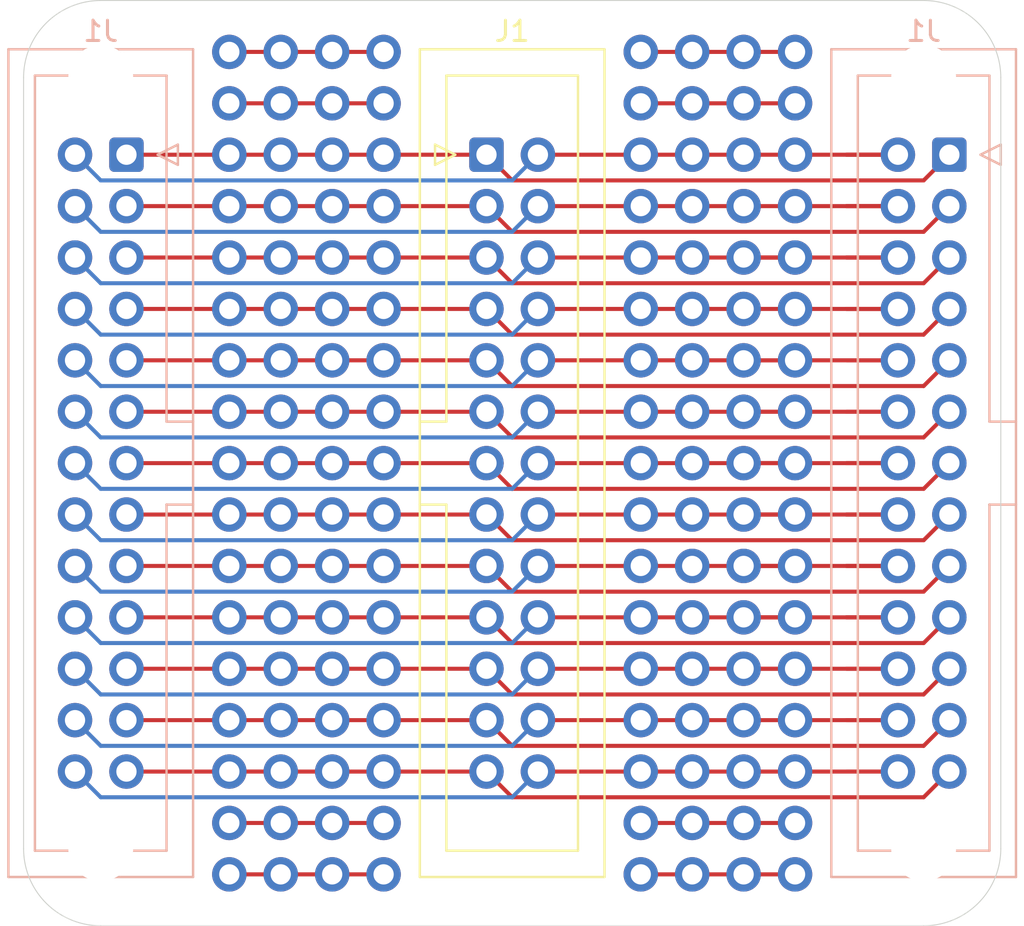
<source format=kicad_pcb>
(kicad_pcb (version 20241229) (generator "pcbnew") (generator_version "9.0")
  (layers (0 "F.Cu" signal) (2 "B.Cu" signal) (13 "F.Paste" user) (15 "B.Paste" user) (5 "F.SilkS" user "F.Silkscreen") (7 "B.SilkS" user "B.Silkscreen") (1 "F.Mask" user) (3 "B.Mask" user) (25 "Edge.Cuts" user))
  (net 0 "")
  (net 1 "unconnected-(J1-Pin_6-Pad6)")
  (net 2 "unconnected-(J1-Pin_17-Pad17)")
  (net 3 "unconnected-(J1-Pin_3-Pad3)")
  (net 4 "unconnected-(J1-Pin_24-Pad24)")
  (net 5 "unconnected-(J1-Pin_9-Pad9)")
  (net 6 "unconnected-(J1-Pin_1-Pad1)")
  (net 7 "unconnected-(J1-Pin_7-Pad7)")
  (net 8 "unconnected-(J1-Pin_11-Pad11)")
  (net 9 "unconnected-(J1-Pin_5-Pad5)")
  (net 10 "unconnected-(J1-Pin_18-Pad18)")
  (net 11 "unconnected-(J1-Pin_25-Pad25)")
  (net 12 "unconnected-(J1-Pin_10-Pad10)")
  (net 13 "unconnected-(J1-Pin_16-Pad16)")
  (net 14 "unconnected-(J1-Pin_19-Pad19)")
  (net 15 "unconnected-(J1-Pin_21-Pad21)")
  (net 16 "unconnected-(J1-Pin_23-Pad23)")
  (net 17 "unconnected-(J1-Pin_20-Pad20)")
  (net 18 "unconnected-(J1-Pin_2-Pad2)")
  (net 19 "unconnected-(J1-Pin_26-Pad26)")
  (net 20 "unconnected-(J1-Pin_15-Pad15)")
  (net 21 "unconnected-(J1-Pin_4-Pad4)")
  (net 22 "unconnected-(J1-Pin_14-Pad14)")
  (net 23 "unconnected-(J1-Pin_22-Pad22)")
  (net 24 "unconnected-(J1-Pin_12-Pad12)")
  (net 25 "unconnected-(J1-Pin_8-Pad8)")
  (net 26 "unconnected-(J1-Pin_13-Pad13)")
  (footprint "MountingHole:MountingHole_3.2mm_M3" (layer "F.Cu") (at 143.51 115.57)
    (property "Reference" "REF**" (hide yes))
    (property "Value" "MountingHole_3.2mm_M3" (hide yes))
    (pad "" np_thru_hole circle (at 0 0) (size 3.2 3.2) (drill 3.2) (layers "*.Cu" "*.Mask"))
  )
  (footprint "MountingHole:MountingHole_3.2mm_M3" (layer "F.Cu") (at 143.51 77.47)
    (property "Reference" "REF**" (hide yes))
    (property "Value" "MountingHole_3.2mm_M3" (hide yes))
    (pad "" np_thru_hole circle (at 0 0) (size 3.2 3.2) (drill 3.2) (layers "*.Cu" "*.Mask"))
  )
  (footprint "MountingHole:MountingHole_3.2mm_M3" (layer "F.Cu") (at 102.87 115.57)
    (property "Reference" "REF**" (hide yes))
    (property "Value" "MountingHole_3.2mm_M3" (hide yes))
    (pad "" np_thru_hole circle (at 0 0) (size 3.2 3.2) (drill 3.2) (layers "*.Cu" "*.Mask"))
  )
  (footprint "Connector_IDC:IDC-Header_2x17_P2.54mm_Vertical" (layer "F.Cu") (at 129.54 76.2)
    (property "Reference" "REF**" (hide yes))
    (property "Value" "IDC-Header_2x17_P2.54mm_Vertical" (hide yes))
    (pad "1" thru_hole circle (at 0 0) (size 1.7 1.7) (drill 1) (layers "*.Cu" "*.Mask"))
    (pad "2" thru_hole circle (at 2.54 0) (size 1.7 1.7) (drill 1) (layers "*.Cu" "*.Mask"))
    (pad "3" thru_hole circle (at 0 2.54) (size 1.7 1.7) (drill 1) (layers "*.Cu" "*.Mask"))
    (pad "4" thru_hole circle (at 2.54 2.54) (size 1.7 1.7) (drill 1) (layers "*.Cu" "*.Mask"))
    (pad "5" thru_hole circle (at 0 5.08) (size 1.7 1.7) (drill 1) (layers "*.Cu" "*.Mask"))
    (pad "6" thru_hole circle (at 2.54 5.08) (size 1.7 1.7) (drill 1) (layers "*.Cu" "*.Mask"))
    (pad "7" thru_hole circle (at 0 7.62) (size 1.7 1.7) (drill 1) (layers "*.Cu" "*.Mask"))
    (pad "8" thru_hole circle (at 2.54 7.62) (size 1.7 1.7) (drill 1) (layers "*.Cu" "*.Mask"))
    (pad "9" thru_hole circle (at 0 10.16) (size 1.7 1.7) (drill 1) (layers "*.Cu" "*.Mask"))
    (pad "10" thru_hole circle (at 2.54 10.16) (size 1.7 1.7) (drill 1) (layers "*.Cu" "*.Mask"))
    (pad "11" thru_hole circle (at 0 12.7) (size 1.7 1.7) (drill 1) (layers "*.Cu" "*.Mask"))
    (pad "12" thru_hole circle (at 2.54 12.7) (size 1.7 1.7) (drill 1) (layers "*.Cu" "*.Mask"))
    (pad "13" thru_hole circle (at 0 15.24) (size 1.7 1.7) (drill 1) (layers "*.Cu" "*.Mask"))
    (pad "14" thru_hole circle (at 2.54 15.24) (size 1.7 1.7) (drill 1) (layers "*.Cu" "*.Mask"))
    (pad "15" thru_hole circle (at 0 17.78) (size 1.7 1.7) (drill 1) (layers "*.Cu" "*.Mask"))
    (pad "16" thru_hole circle (at 2.54 17.78) (size 1.7 1.7) (drill 1) (layers "*.Cu" "*.Mask"))
    (pad "17" thru_hole circle (at 0 20.32) (size 1.7 1.7) (drill 1) (layers "*.Cu" "*.Mask"))
    (pad "18" thru_hole circle (at 2.54 20.32) (size 1.7 1.7) (drill 1) (layers "*.Cu" "*.Mask"))
    (pad "19" thru_hole circle (at 0 22.86) (size 1.7 1.7) (drill 1) (layers "*.Cu" "*.Mask"))
    (pad "20" thru_hole circle (at 2.54 22.86) (size 1.7 1.7) (drill 1) (layers "*.Cu" "*.Mask"))
    (pad "21" thru_hole circle (at 0 25.4) (size 1.7 1.7) (drill 1) (layers "*.Cu" "*.Mask"))
    (pad "22" thru_hole circle (at 2.54 25.4) (size 1.7 1.7) (drill 1) (layers "*.Cu" "*.Mask"))
    (pad "23" thru_hole circle (at 0 27.94) (size 1.7 1.7) (drill 1) (layers "*.Cu" "*.Mask"))
    (pad "24" thru_hole circle (at 2.54 27.94) (size 1.7 1.7) (drill 1) (layers "*.Cu" "*.Mask"))
    (pad "25" thru_hole circle (at 0 30.48) (size 1.7 1.7) (drill 1) (layers "*.Cu" "*.Mask"))
    (pad "26" thru_hole circle (at 2.54 30.48) (size 1.7 1.7) (drill 1) (layers "*.Cu" "*.Mask"))
    (pad "27" thru_hole circle (at 0 33.02) (size 1.7 1.7) (drill 1) (layers "*.Cu" "*.Mask"))
    (pad "28" thru_hole circle (at 2.54 33.02) (size 1.7 1.7) (drill 1) (layers "*.Cu" "*.Mask"))
    (pad "29" thru_hole circle (at 0 35.56) (size 1.7 1.7) (drill 1) (layers "*.Cu" "*.Mask"))
    (pad "30" thru_hole circle (at 2.54 35.56) (size 1.7 1.7) (drill 1) (layers "*.Cu" "*.Mask"))
    (pad "31" thru_hole circle (at 0 38.1) (size 1.7 1.7) (drill 1) (layers "*.Cu" "*.Mask"))
    (pad "32" thru_hole circle (at 2.54 38.1) (size 1.7 1.7) (drill 1) (layers "*.Cu" "*.Mask"))
    (pad "33" thru_hole circle (at 0 40.64) (size 1.7 1.7) (drill 1) (layers "*.Cu" "*.Mask"))
    (pad "34" thru_hole circle (at 2.54 40.64) (size 1.7 1.7) (drill 1) (layers "*.Cu" "*.Mask"))
  )
  (footprint "MountingHole:MountingHole_3.2mm_M3" (layer "F.Cu") (at 102.87 77.47)
    (property "Reference" "REF**" (hide yes))
    (property "Value" "MountingHole_3.2mm_M3" (hide yes))
    (pad "" np_thru_hole circle (at 0 0) (size 3.2 3.2) (drill 3.2) (layers "*.Cu" "*.Mask"))
  )
  (footprint "Connector_IDC:IDC-Header_2x17_P2.54mm_Vertical" (layer "F.Cu") (at 114.3 76.2)
    (property "Reference" "REF**" (hide yes))
    (property "Value" "IDC-Header_2x17_P2.54mm_Vertical" (hide yes))
    (pad "1" thru_hole circle (at 0 0) (size 1.7 1.7) (drill 1) (layers "*.Cu" "*.Mask"))
    (pad "2" thru_hole circle (at 2.54 0) (size 1.7 1.7) (drill 1) (layers "*.Cu" "*.Mask"))
    (pad "3" thru_hole circle (at 0 2.54) (size 1.7 1.7) (drill 1) (layers "*.Cu" "*.Mask"))
    (pad "4" thru_hole circle (at 2.54 2.54) (size 1.7 1.7) (drill 1) (layers "*.Cu" "*.Mask"))
    (pad "5" thru_hole circle (at 0 5.08) (size 1.7 1.7) (drill 1) (layers "*.Cu" "*.Mask"))
    (pad "6" thru_hole circle (at 2.54 5.08) (size 1.7 1.7) (drill 1) (layers "*.Cu" "*.Mask"))
    (pad "7" thru_hole circle (at 0 7.62) (size 1.7 1.7) (drill 1) (layers "*.Cu" "*.Mask"))
    (pad "8" thru_hole circle (at 2.54 7.62) (size 1.7 1.7) (drill 1) (layers "*.Cu" "*.Mask"))
    (pad "9" thru_hole circle (at 0 10.16) (size 1.7 1.7) (drill 1) (layers "*.Cu" "*.Mask"))
    (pad "10" thru_hole circle (at 2.54 10.16) (size 1.7 1.7) (drill 1) (layers "*.Cu" "*.Mask"))
    (pad "11" thru_hole circle (at 0 12.7) (size 1.7 1.7) (drill 1) (layers "*.Cu" "*.Mask"))
    (pad "12" thru_hole circle (at 2.54 12.7) (size 1.7 1.7) (drill 1) (layers "*.Cu" "*.Mask"))
    (pad "13" thru_hole circle (at 0 15.24) (size 1.7 1.7) (drill 1) (layers "*.Cu" "*.Mask"))
    (pad "14" thru_hole circle (at 2.54 15.24) (size 1.7 1.7) (drill 1) (layers "*.Cu" "*.Mask"))
    (pad "15" thru_hole circle (at 0 17.78) (size 1.7 1.7) (drill 1) (layers "*.Cu" "*.Mask"))
    (pad "16" thru_hole circle (at 2.54 17.78) (size 1.7 1.7) (drill 1) (layers "*.Cu" "*.Mask"))
    (pad "17" thru_hole circle (at 0 20.32) (size 1.7 1.7) (drill 1) (layers "*.Cu" "*.Mask"))
    (pad "18" thru_hole circle (at 2.54 20.32) (size 1.7 1.7) (drill 1) (layers "*.Cu" "*.Mask"))
    (pad "19" thru_hole circle (at 0 22.86) (size 1.7 1.7) (drill 1) (layers "*.Cu" "*.Mask"))
    (pad "20" thru_hole circle (at 2.54 22.86) (size 1.7 1.7) (drill 1) (layers "*.Cu" "*.Mask"))
    (pad "21" thru_hole circle (at 0 25.4) (size 1.7 1.7) (drill 1) (layers "*.Cu" "*.Mask"))
    (pad "22" thru_hole circle (at 2.54 25.4) (size 1.7 1.7) (drill 1) (layers "*.Cu" "*.Mask"))
    (pad "23" thru_hole circle (at 0 27.94) (size 1.7 1.7) (drill 1) (layers "*.Cu" "*.Mask"))
    (pad "24" thru_hole circle (at 2.54 27.94) (size 1.7 1.7) (drill 1) (layers "*.Cu" "*.Mask"))
    (pad "25" thru_hole circle (at 0 30.48) (size 1.7 1.7) (drill 1) (layers "*.Cu" "*.Mask"))
    (pad "26" thru_hole circle (at 2.54 30.48) (size 1.7 1.7) (drill 1) (layers "*.Cu" "*.Mask"))
    (pad "27" thru_hole circle (at 0 33.02) (size 1.7 1.7) (drill 1) (layers "*.Cu" "*.Mask"))
    (pad "28" thru_hole circle (at 2.54 33.02) (size 1.7 1.7) (drill 1) (layers "*.Cu" "*.Mask"))
    (pad "29" thru_hole circle (at 0 35.56) (size 1.7 1.7) (drill 1) (layers "*.Cu" "*.Mask"))
    (pad "30" thru_hole circle (at 2.54 35.56) (size 1.7 1.7) (drill 1) (layers "*.Cu" "*.Mask"))
    (pad "31" thru_hole circle (at 0 38.1) (size 1.7 1.7) (drill 1) (layers "*.Cu" "*.Mask"))
    (pad "32" thru_hole circle (at 2.54 38.1) (size 1.7 1.7) (drill 1) (layers "*.Cu" "*.Mask"))
    (pad "33" thru_hole circle (at 0 40.64) (size 1.7 1.7) (drill 1) (layers "*.Cu" "*.Mask"))
    (pad "34" thru_hole circle (at 2.54 40.64) (size 1.7 1.7) (drill 1) (layers "*.Cu" "*.Mask"))
  )
  (footprint "Connector_IDC:IDC-Header_2x17_P2.54mm_Vertical" (layer "F.Cu") (at 134.62 76.2)
    (property "Reference" "REF**" (hide yes))
    (property "Value" "IDC-Header_2x17_P2.54mm_Vertical" (hide yes))
    (pad "1" thru_hole circle (at 0 0) (size 1.7 1.7) (drill 1) (layers "*.Cu" "*.Mask"))
    (pad "2" thru_hole circle (at 2.54 0) (size 1.7 1.7) (drill 1) (layers "*.Cu" "*.Mask"))
    (pad "3" thru_hole circle (at 0 2.54) (size 1.7 1.7) (drill 1) (layers "*.Cu" "*.Mask"))
    (pad "4" thru_hole circle (at 2.54 2.54) (size 1.7 1.7) (drill 1) (layers "*.Cu" "*.Mask"))
    (pad "5" thru_hole circle (at 0 5.08) (size 1.7 1.7) (drill 1) (layers "*.Cu" "*.Mask"))
    (pad "6" thru_hole circle (at 2.54 5.08) (size 1.7 1.7) (drill 1) (layers "*.Cu" "*.Mask"))
    (pad "7" thru_hole circle (at 0 7.62) (size 1.7 1.7) (drill 1) (layers "*.Cu" "*.Mask"))
    (pad "8" thru_hole circle (at 2.54 7.62) (size 1.7 1.7) (drill 1) (layers "*.Cu" "*.Mask"))
    (pad "9" thru_hole circle (at 0 10.16) (size 1.7 1.7) (drill 1) (layers "*.Cu" "*.Mask"))
    (pad "10" thru_hole circle (at 2.54 10.16) (size 1.7 1.7) (drill 1) (layers "*.Cu" "*.Mask"))
    (pad "11" thru_hole circle (at 0 12.7) (size 1.7 1.7) (drill 1) (layers "*.Cu" "*.Mask"))
    (pad "12" thru_hole circle (at 2.54 12.7) (size 1.7 1.7) (drill 1) (layers "*.Cu" "*.Mask"))
    (pad "13" thru_hole circle (at 0 15.24) (size 1.7 1.7) (drill 1) (layers "*.Cu" "*.Mask"))
    (pad "14" thru_hole circle (at 2.54 15.24) (size 1.7 1.7) (drill 1) (layers "*.Cu" "*.Mask"))
    (pad "15" thru_hole circle (at 0 17.78) (size 1.7 1.7) (drill 1) (layers "*.Cu" "*.Mask"))
    (pad "16" thru_hole circle (at 2.54 17.78) (size 1.7 1.7) (drill 1) (layers "*.Cu" "*.Mask"))
    (pad "17" thru_hole circle (at 0 20.32) (size 1.7 1.7) (drill 1) (layers "*.Cu" "*.Mask"))
    (pad "18" thru_hole circle (at 2.54 20.32) (size 1.7 1.7) (drill 1) (layers "*.Cu" "*.Mask"))
    (pad "19" thru_hole circle (at 0 22.86) (size 1.7 1.7) (drill 1) (layers "*.Cu" "*.Mask"))
    (pad "20" thru_hole circle (at 2.54 22.86) (size 1.7 1.7) (drill 1) (layers "*.Cu" "*.Mask"))
    (pad "21" thru_hole circle (at 0 25.4) (size 1.7 1.7) (drill 1) (layers "*.Cu" "*.Mask"))
    (pad "22" thru_hole circle (at 2.54 25.4) (size 1.7 1.7) (drill 1) (layers "*.Cu" "*.Mask"))
    (pad "23" thru_hole circle (at 0 27.94) (size 1.7 1.7) (drill 1) (layers "*.Cu" "*.Mask"))
    (pad "24" thru_hole circle (at 2.54 27.94) (size 1.7 1.7) (drill 1) (layers "*.Cu" "*.Mask"))
    (pad "25" thru_hole circle (at 0 30.48) (size 1.7 1.7) (drill 1) (layers "*.Cu" "*.Mask"))
    (pad "26" thru_hole circle (at 2.54 30.48) (size 1.7 1.7) (drill 1) (layers "*.Cu" "*.Mask"))
    (pad "27" thru_hole circle (at 0 33.02) (size 1.7 1.7) (drill 1) (layers "*.Cu" "*.Mask"))
    (pad "28" thru_hole circle (at 2.54 33.02) (size 1.7 1.7) (drill 1) (layers "*.Cu" "*.Mask"))
    (pad "29" thru_hole circle (at 0 35.56) (size 1.7 1.7) (drill 1) (layers "*.Cu" "*.Mask"))
    (pad "30" thru_hole circle (at 2.54 35.56) (size 1.7 1.7) (drill 1) (layers "*.Cu" "*.Mask"))
    (pad "31" thru_hole circle (at 0 38.1) (size 1.7 1.7) (drill 1) (layers "*.Cu" "*.Mask"))
    (pad "32" thru_hole circle (at 2.54 38.1) (size 1.7 1.7) (drill 1) (layers "*.Cu" "*.Mask"))
    (pad "33" thru_hole circle (at 0 40.64) (size 1.7 1.7) (drill 1) (layers "*.Cu" "*.Mask"))
    (pad "34" thru_hole circle (at 2.54 40.64) (size 1.7 1.7) (drill 1) (layers "*.Cu" "*.Mask"))
  )
  (footprint "Connector_IDC:IDC-Header_2x13_P2.54mm_Vertical" (layer "F.Cu") (at 121.92 81.28)
    (property "Reference" "J1" (at 1.27 -6.1 0) (layer "F.SilkS"))
    (property "Value" "Conn_02x13_Counter_Clockwise" (hide yes))
    (fp_line (start -3.29 -5.21) (end 5.83 -5.21) (stroke (width 0.12)) (layer "F.SilkS"))
    (fp_line (start -3.29 13.19) (end -1.98 13.19) (stroke (width 0.12)) (layer "F.SilkS"))
    (fp_line (start -3.29 35.69) (end -3.29 -5.21) (stroke (width 0.12)) (layer "F.SilkS"))
    (fp_line (start -2.54 -0.5) (end -2.54 0.5) (stroke (width 0.12)) (layer "F.SilkS"))
    (fp_line (start -2.54 0.5) (end -1.54 0) (stroke (width 0.12)) (layer "F.SilkS"))
    (fp_line (start -1.98 -3.91) (end 4.52 -3.91) (stroke (width 0.12)) (layer "F.SilkS"))
    (fp_line (start -1.98 13.19) (end -1.98 -3.91) (stroke (width 0.12)) (layer "F.SilkS"))
    (fp_line (start -1.98 17.29) (end -3.29 17.29) (stroke (width 0.12)) (layer "F.SilkS"))
    (fp_line (start -1.98 17.29) (end -1.98 17.29) (stroke (width 0.12)) (layer "F.SilkS"))
    (fp_line (start -1.98 34.39) (end -1.98 17.29) (stroke (width 0.12)) (layer "F.SilkS"))
    (fp_line (start -1.54 0) (end -2.54 -0.5) (stroke (width 0.12)) (layer "F.SilkS"))
    (fp_line (start 4.52 -3.91) (end 4.52 34.39) (stroke (width 0.12)) (layer "F.SilkS"))
    (fp_line (start 4.52 34.39) (end -1.98 34.39) (stroke (width 0.12)) (layer "F.SilkS"))
    (fp_line (start 5.83 -5.21) (end 5.83 35.69) (stroke (width 0.12)) (layer "F.SilkS"))
    (fp_line (start 5.83 35.69) (end -3.29 35.69) (stroke (width 0.12)) (layer "F.SilkS"))
    (pad "1" thru_hole roundrect (at 0 0) (size 1.7 1.7) (drill 1) (layers "*.Cu" "*.Mask") (roundrect_rratio 0.147059) (net 6 "unconnected-(J1-Pin_1-Pad1)"))
    (pad "2" thru_hole circle (at 2.54 0) (size 1.7 1.7) (drill 1) (layers "*.Cu" "*.Mask") (net 18 "unconnected-(J1-Pin_2-Pad2)"))
    (pad "3" thru_hole circle (at 0 2.54) (size 1.7 1.7) (drill 1) (layers "*.Cu" "*.Mask") (net 3 "unconnected-(J1-Pin_3-Pad3)"))
    (pad "4" thru_hole circle (at 2.54 2.54) (size 1.7 1.7) (drill 1) (layers "*.Cu" "*.Mask") (net 21 "unconnected-(J1-Pin_4-Pad4)"))
    (pad "5" thru_hole circle (at 0 5.08) (size 1.7 1.7) (drill 1) (layers "*.Cu" "*.Mask") (net 9 "unconnected-(J1-Pin_5-Pad5)"))
    (pad "6" thru_hole circle (at 2.54 5.08) (size 1.7 1.7) (drill 1) (layers "*.Cu" "*.Mask") (net 1 "unconnected-(J1-Pin_6-Pad6)"))
    (pad "7" thru_hole circle (at 0 7.62) (size 1.7 1.7) (drill 1) (layers "*.Cu" "*.Mask") (net 7 "unconnected-(J1-Pin_7-Pad7)"))
    (pad "8" thru_hole circle (at 2.54 7.62) (size 1.7 1.7) (drill 1) (layers "*.Cu" "*.Mask") (net 25 "unconnected-(J1-Pin_8-Pad8)"))
    (pad "9" thru_hole circle (at 0 10.16) (size 1.7 1.7) (drill 1) (layers "*.Cu" "*.Mask") (net 5 "unconnected-(J1-Pin_9-Pad9)"))
    (pad "10" thru_hole circle (at 2.54 10.16) (size 1.7 1.7) (drill 1) (layers "*.Cu" "*.Mask") (net 12 "unconnected-(J1-Pin_10-Pad10)"))
    (pad "11" thru_hole circle (at 0 12.7) (size 1.7 1.7) (drill 1) (layers "*.Cu" "*.Mask") (net 8 "unconnected-(J1-Pin_11-Pad11)"))
    (pad "12" thru_hole circle (at 2.54 12.7) (size 1.7 1.7) (drill 1) (layers "*.Cu" "*.Mask") (net 24 "unconnected-(J1-Pin_12-Pad12)"))
    (pad "13" thru_hole circle (at 0 15.24) (size 1.7 1.7) (drill 1) (layers "*.Cu" "*.Mask") (net 26 "unconnected-(J1-Pin_13-Pad13)"))
    (pad "14" thru_hole circle (at 2.54 15.24) (size 1.7 1.7) (drill 1) (layers "*.Cu" "*.Mask") (net 22 "unconnected-(J1-Pin_14-Pad14)"))
    (pad "15" thru_hole circle (at 0 17.78) (size 1.7 1.7) (drill 1) (layers "*.Cu" "*.Mask") (net 20 "unconnected-(J1-Pin_15-Pad15)"))
    (pad "16" thru_hole circle (at 2.54 17.78) (size 1.7 1.7) (drill 1) (layers "*.Cu" "*.Mask") (net 13 "unconnected-(J1-Pin_16-Pad16)"))
    (pad "17" thru_hole circle (at 0 20.32) (size 1.7 1.7) (drill 1) (layers "*.Cu" "*.Mask") (net 2 "unconnected-(J1-Pin_17-Pad17)"))
    (pad "18" thru_hole circle (at 2.54 20.32) (size 1.7 1.7) (drill 1) (layers "*.Cu" "*.Mask") (net 10 "unconnected-(J1-Pin_18-Pad18)"))
    (pad "19" thru_hole circle (at 0 22.86) (size 1.7 1.7) (drill 1) (layers "*.Cu" "*.Mask") (net 14 "unconnected-(J1-Pin_19-Pad19)"))
    (pad "20" thru_hole circle (at 2.54 22.86) (size 1.7 1.7) (drill 1) (layers "*.Cu" "*.Mask") (net 17 "unconnected-(J1-Pin_20-Pad20)"))
    (pad "21" thru_hole circle (at 0 25.4) (size 1.7 1.7) (drill 1) (layers "*.Cu" "*.Mask") (net 15 "unconnected-(J1-Pin_21-Pad21)"))
    (pad "22" thru_hole circle (at 2.54 25.4) (size 1.7 1.7) (drill 1) (layers "*.Cu" "*.Mask") (net 23 "unconnected-(J1-Pin_22-Pad22)"))
    (pad "23" thru_hole circle (at 0 27.94) (size 1.7 1.7) (drill 1) (layers "*.Cu" "*.Mask") (net 16 "unconnected-(J1-Pin_23-Pad23)"))
    (pad "24" thru_hole circle (at 2.54 27.94) (size 1.7 1.7) (drill 1) (layers "*.Cu" "*.Mask") (net 4 "unconnected-(J1-Pin_24-Pad24)"))
    (pad "25" thru_hole circle (at 0 30.48) (size 1.7 1.7) (drill 1) (layers "*.Cu" "*.Mask") (net 11 "unconnected-(J1-Pin_25-Pad25)"))
    (pad "26" thru_hole circle (at 2.54 30.48) (size 1.7 1.7) (drill 1) (layers "*.Cu" "*.Mask") (net 19 "unconnected-(J1-Pin_26-Pad26)"))
  )
  (footprint "Connector_IDC:IDC-Header_2x17_P2.54mm_Vertical" (layer "F.Cu") (at 109.22 76.2)
    (property "Reference" "REF**" (hide yes))
    (property "Value" "IDC-Header_2x17_P2.54mm_Vertical" (hide yes))
    (pad "1" thru_hole circle (at 0 0) (size 1.7 1.7) (drill 1) (layers "*.Cu" "*.Mask"))
    (pad "2" thru_hole circle (at 2.54 0) (size 1.7 1.7) (drill 1) (layers "*.Cu" "*.Mask"))
    (pad "3" thru_hole circle (at 0 2.54) (size 1.7 1.7) (drill 1) (layers "*.Cu" "*.Mask"))
    (pad "4" thru_hole circle (at 2.54 2.54) (size 1.7 1.7) (drill 1) (layers "*.Cu" "*.Mask"))
    (pad "5" thru_hole circle (at 0 5.08) (size 1.7 1.7) (drill 1) (layers "*.Cu" "*.Mask"))
    (pad "6" thru_hole circle (at 2.54 5.08) (size 1.7 1.7) (drill 1) (layers "*.Cu" "*.Mask"))
    (pad "7" thru_hole circle (at 0 7.62) (size 1.7 1.7) (drill 1) (layers "*.Cu" "*.Mask"))
    (pad "8" thru_hole circle (at 2.54 7.62) (size 1.7 1.7) (drill 1) (layers "*.Cu" "*.Mask"))
    (pad "9" thru_hole circle (at 0 10.16) (size 1.7 1.7) (drill 1) (layers "*.Cu" "*.Mask"))
    (pad "10" thru_hole circle (at 2.54 10.16) (size 1.7 1.7) (drill 1) (layers "*.Cu" "*.Mask"))
    (pad "11" thru_hole circle (at 0 12.7) (size 1.7 1.7) (drill 1) (layers "*.Cu" "*.Mask"))
    (pad "12" thru_hole circle (at 2.54 12.7) (size 1.7 1.7) (drill 1) (layers "*.Cu" "*.Mask"))
    (pad "13" thru_hole circle (at 0 15.24) (size 1.7 1.7) (drill 1) (layers "*.Cu" "*.Mask"))
    (pad "14" thru_hole circle (at 2.54 15.24) (size 1.7 1.7) (drill 1) (layers "*.Cu" "*.Mask"))
    (pad "15" thru_hole circle (at 0 17.78) (size 1.7 1.7) (drill 1) (layers "*.Cu" "*.Mask"))
    (pad "16" thru_hole circle (at 2.54 17.78) (size 1.7 1.7) (drill 1) (layers "*.Cu" "*.Mask"))
    (pad "17" thru_hole circle (at 0 20.32) (size 1.7 1.7) (drill 1) (layers "*.Cu" "*.Mask"))
    (pad "18" thru_hole circle (at 2.54 20.32) (size 1.7 1.7) (drill 1) (layers "*.Cu" "*.Mask"))
    (pad "19" thru_hole circle (at 0 22.86) (size 1.7 1.7) (drill 1) (layers "*.Cu" "*.Mask"))
    (pad "20" thru_hole circle (at 2.54 22.86) (size 1.7 1.7) (drill 1) (layers "*.Cu" "*.Mask"))
    (pad "21" thru_hole circle (at 0 25.4) (size 1.7 1.7) (drill 1) (layers "*.Cu" "*.Mask"))
    (pad "22" thru_hole circle (at 2.54 25.4) (size 1.7 1.7) (drill 1) (layers "*.Cu" "*.Mask"))
    (pad "23" thru_hole circle (at 0 27.94) (size 1.7 1.7) (drill 1) (layers "*.Cu" "*.Mask"))
    (pad "24" thru_hole circle (at 2.54 27.94) (size 1.7 1.7) (drill 1) (layers "*.Cu" "*.Mask"))
    (pad "25" thru_hole circle (at 0 30.48) (size 1.7 1.7) (drill 1) (layers "*.Cu" "*.Mask"))
    (pad "26" thru_hole circle (at 2.54 30.48) (size 1.7 1.7) (drill 1) (layers "*.Cu" "*.Mask"))
    (pad "27" thru_hole circle (at 0 33.02) (size 1.7 1.7) (drill 1) (layers "*.Cu" "*.Mask"))
    (pad "28" thru_hole circle (at 2.54 33.02) (size 1.7 1.7) (drill 1) (layers "*.Cu" "*.Mask"))
    (pad "29" thru_hole circle (at 0 35.56) (size 1.7 1.7) (drill 1) (layers "*.Cu" "*.Mask"))
    (pad "30" thru_hole circle (at 2.54 35.56) (size 1.7 1.7) (drill 1) (layers "*.Cu" "*.Mask"))
    (pad "31" thru_hole circle (at 0 38.1) (size 1.7 1.7) (drill 1) (layers "*.Cu" "*.Mask"))
    (pad "32" thru_hole circle (at 2.54 38.1) (size 1.7 1.7) (drill 1) (layers "*.Cu" "*.Mask"))
    (pad "33" thru_hole circle (at 0 40.64) (size 1.7 1.7) (drill 1) (layers "*.Cu" "*.Mask"))
    (pad "34" thru_hole circle (at 2.54 40.64) (size 1.7 1.7) (drill 1) (layers "*.Cu" "*.Mask"))
  )
  (footprint "Connector_IDC:IDC-Header_2x13_P2.54mm_Vertical" (layer "B.Cu") (at 144.78 81.28 180)
    (property "Reference" "J1" (at 1.27 6.1 0) (layer "B.SilkS") (effects (justify mirror)))
    (property "Value" "Conn_02x13_Counter_Clockwise" (hide yes))
    (fp_line (start 5.83 5.21) (end 5.83 -35.69) (stroke (width 0.12)) (layer "B.SilkS"))
    (fp_line (start 5.83 -35.69) (end -3.29 -35.69) (stroke (width 0.12)) (layer "B.SilkS"))
    (fp_line (start 4.52 3.91) (end 4.52 -34.39) (stroke (width 0.12)) (layer "B.SilkS"))
    (fp_line (start 4.52 -34.39) (end -1.98 -34.39) (stroke (width 0.12)) (layer "B.SilkS"))
    (fp_line (start -1.54 0) (end -2.54 0.5) (stroke (width 0.12)) (layer "B.SilkS"))
    (fp_line (start -1.98 3.91) (end 4.52 3.91) (stroke (width 0.12)) (layer "B.SilkS"))
    (fp_line (start -1.98 -13.19) (end -1.98 3.91) (stroke (width 0.12)) (layer "B.SilkS"))
    (fp_line (start -1.98 -17.29) (end -1.98 -17.29) (stroke (width 0.12)) (layer "B.SilkS"))
    (fp_line (start -1.98 -17.29) (end -3.29 -17.29) (stroke (width 0.12)) (layer "B.SilkS"))
    (fp_line (start -1.98 -34.39) (end -1.98 -17.29) (stroke (width 0.12)) (layer "B.SilkS"))
    (fp_line (start -2.54 0.5) (end -2.54 -0.5) (stroke (width 0.12)) (layer "B.SilkS"))
    (fp_line (start -2.54 -0.5) (end -1.54 0) (stroke (width 0.12)) (layer "B.SilkS"))
    (fp_line (start -3.29 5.21) (end 5.83 5.21) (stroke (width 0.12)) (layer "B.SilkS"))
    (fp_line (start -3.29 -13.19) (end -1.98 -13.19) (stroke (width 0.12)) (layer "B.SilkS"))
    (fp_line (start -3.29 -35.69) (end -3.29 5.21) (stroke (width 0.12)) (layer "B.SilkS"))
    (pad "1" thru_hole roundrect (at 0 0 180) (size 1.7 1.7) (drill 1) (layers "*.Cu" "*.Mask") (roundrect_rratio 0.147059))
    (pad "2" thru_hole circle (at 2.54 0 180) (size 1.7 1.7) (drill 1) (layers "*.Cu" "*.Mask"))
    (pad "3" thru_hole circle (at 0 -2.54 180) (size 1.7 1.7) (drill 1) (layers "*.Cu" "*.Mask"))
    (pad "4" thru_hole circle (at 2.54 -2.54 180) (size 1.7 1.7) (drill 1) (layers "*.Cu" "*.Mask"))
    (pad "5" thru_hole circle (at 0 -5.08 180) (size 1.7 1.7) (drill 1) (layers "*.Cu" "*.Mask"))
    (pad "6" thru_hole circle (at 2.54 -5.08 180) (size 1.7 1.7) (drill 1) (layers "*.Cu" "*.Mask"))
    (pad "7" thru_hole circle (at 0 -7.62 180) (size 1.7 1.7) (drill 1) (layers "*.Cu" "*.Mask"))
    (pad "8" thru_hole circle (at 2.54 -7.62 180) (size 1.7 1.7) (drill 1) (layers "*.Cu" "*.Mask"))
    (pad "9" thru_hole circle (at 0 -10.16 180) (size 1.7 1.7) (drill 1) (layers "*.Cu" "*.Mask"))
    (pad "10" thru_hole circle (at 2.54 -10.16 180) (size 1.7 1.7) (drill 1) (layers "*.Cu" "*.Mask"))
    (pad "11" thru_hole circle (at 0 -12.7 180) (size 1.7 1.7) (drill 1) (layers "*.Cu" "*.Mask"))
    (pad "12" thru_hole circle (at 2.54 -12.7 180) (size 1.7 1.7) (drill 1) (layers "*.Cu" "*.Mask"))
    (pad "13" thru_hole circle (at 0 -15.24 180) (size 1.7 1.7) (drill 1) (layers "*.Cu" "*.Mask"))
    (pad "14" thru_hole circle (at 2.54 -15.24 180) (size 1.7 1.7) (drill 1) (layers "*.Cu" "*.Mask"))
    (pad "15" thru_hole circle (at 0 -17.78 180) (size 1.7 1.7) (drill 1) (layers "*.Cu" "*.Mask"))
    (pad "16" thru_hole circle (at 2.54 -17.78 180) (size 1.7 1.7) (drill 1) (layers "*.Cu" "*.Mask"))
    (pad "17" thru_hole circle (at 0 -20.32 180) (size 1.7 1.7) (drill 1) (layers "*.Cu" "*.Mask"))
    (pad "18" thru_hole circle (at 2.54 -20.32 180) (size 1.7 1.7) (drill 1) (layers "*.Cu" "*.Mask"))
    (pad "19" thru_hole circle (at 0 -22.86 180) (size 1.7 1.7) (drill 1) (layers "*.Cu" "*.Mask"))
    (pad "20" thru_hole circle (at 2.54 -22.86 180) (size 1.7 1.7) (drill 1) (layers "*.Cu" "*.Mask"))
    (pad "21" thru_hole circle (at 0 -25.4 180) (size 1.7 1.7) (drill 1) (layers "*.Cu" "*.Mask"))
    (pad "22" thru_hole circle (at 2.54 -25.4 180) (size 1.7 1.7) (drill 1) (layers "*.Cu" "*.Mask"))
    (pad "23" thru_hole circle (at 0 -27.94 180) (size 1.7 1.7) (drill 1) (layers "*.Cu" "*.Mask"))
    (pad "24" thru_hole circle (at 2.54 -27.94 180) (size 1.7 1.7) (drill 1) (layers "*.Cu" "*.Mask"))
    (pad "25" thru_hole circle (at 0 -30.48 180) (size 1.7 1.7) (drill 1) (layers "*.Cu" "*.Mask"))
    (pad "26" thru_hole circle (at 2.54 -30.48 180) (size 1.7 1.7) (drill 1) (layers "*.Cu" "*.Mask"))
  )
  (footprint "Connector_IDC:IDC-Header_2x13_P2.54mm_Vertical" (layer "B.Cu") (at 104.14 81.28 180)
    (property "Reference" "J1" (at 1.27 6.1 0) (layer "B.SilkS") (effects (justify mirror)))
    (property "Value" "Conn_02x13_Counter_Clockwise" (hide yes))
    (fp_line (start 5.83 5.21) (end 5.83 -35.69) (stroke (width 0.12)) (layer "B.SilkS"))
    (fp_line (start 5.83 -35.69) (end -3.29 -35.69) (stroke (width 0.12)) (layer "B.SilkS"))
    (fp_line (start 4.52 3.91) (end 4.52 -34.39) (stroke (width 0.12)) (layer "B.SilkS"))
    (fp_line (start 4.52 -34.39) (end -1.98 -34.39) (stroke (width 0.12)) (layer "B.SilkS"))
    (fp_line (start -1.54 0) (end -2.54 0.5) (stroke (width 0.12)) (layer "B.SilkS"))
    (fp_line (start -1.98 3.91) (end 4.52 3.91) (stroke (width 0.12)) (layer "B.SilkS"))
    (fp_line (start -1.98 -13.19) (end -1.98 3.91) (stroke (width 0.12)) (layer "B.SilkS"))
    (fp_line (start -1.98 -17.29) (end -1.98 -17.29) (stroke (width 0.12)) (layer "B.SilkS"))
    (fp_line (start -1.98 -17.29) (end -3.29 -17.29) (stroke (width 0.12)) (layer "B.SilkS"))
    (fp_line (start -1.98 -34.39) (end -1.98 -17.29) (stroke (width 0.12)) (layer "B.SilkS"))
    (fp_line (start -2.54 0.5) (end -2.54 -0.5) (stroke (width 0.12)) (layer "B.SilkS"))
    (fp_line (start -2.54 -0.5) (end -1.54 0) (stroke (width 0.12)) (layer "B.SilkS"))
    (fp_line (start -3.29 5.21) (end 5.83 5.21) (stroke (width 0.12)) (layer "B.SilkS"))
    (fp_line (start -3.29 -13.19) (end -1.98 -13.19) (stroke (width 0.12)) (layer "B.SilkS"))
    (fp_line (start -3.29 -35.69) (end -3.29 5.21) (stroke (width 0.12)) (layer "B.SilkS"))
    (pad "1" thru_hole roundrect (at 0 0 180) (size 1.7 1.7) (drill 1) (layers "*.Cu" "*.Mask") (roundrect_rratio 0.147059))
    (pad "2" thru_hole circle (at 2.54 0 180) (size 1.7 1.7) (drill 1) (layers "*.Cu" "*.Mask"))
    (pad "3" thru_hole circle (at 0 -2.54 180) (size 1.7 1.7) (drill 1) (layers "*.Cu" "*.Mask"))
    (pad "4" thru_hole circle (at 2.54 -2.54 180) (size 1.7 1.7) (drill 1) (layers "*.Cu" "*.Mask"))
    (pad "5" thru_hole circle (at 0 -5.08 180) (size 1.7 1.7) (drill 1) (layers "*.Cu" "*.Mask"))
    (pad "6" thru_hole circle (at 2.54 -5.08 180) (size 1.7 1.7) (drill 1) (layers "*.Cu" "*.Mask"))
    (pad "7" thru_hole circle (at 0 -7.62 180) (size 1.7 1.7) (drill 1) (layers "*.Cu" "*.Mask"))
    (pad "8" thru_hole circle (at 2.54 -7.62 180) (size 1.7 1.7) (drill 1) (layers "*.Cu" "*.Mask"))
    (pad "9" thru_hole circle (at 0 -10.16 180) (size 1.7 1.7) (drill 1) (layers "*.Cu" "*.Mask"))
    (pad "10" thru_hole circle (at 2.54 -10.16 180) (size 1.7 1.7) (drill 1) (layers "*.Cu" "*.Mask"))
    (pad "11" thru_hole circle (at 0 -12.7 180) (size 1.7 1.7) (drill 1) (layers "*.Cu" "*.Mask"))
    (pad "12" thru_hole circle (at 2.54 -12.7 180) (size 1.7 1.7) (drill 1) (layers "*.Cu" "*.Mask"))
    (pad "13" thru_hole circle (at 0 -15.24 180) (size 1.7 1.7) (drill 1) (layers "*.Cu" "*.Mask"))
    (pad "14" thru_hole circle (at 2.54 -15.24 180) (size 1.7 1.7) (drill 1) (layers "*.Cu" "*.Mask"))
    (pad "15" thru_hole circle (at 0 -17.78 180) (size 1.7 1.7) (drill 1) (layers "*.Cu" "*.Mask"))
    (pad "16" thru_hole circle (at 2.54 -17.78 180) (size 1.7 1.7) (drill 1) (layers "*.Cu" "*.Mask"))
    (pad "17" thru_hole circle (at 0 -20.32 180) (size 1.7 1.7) (drill 1) (layers "*.Cu" "*.Mask"))
    (pad "18" thru_hole circle (at 2.54 -20.32 180) (size 1.7 1.7) (drill 1) (layers "*.Cu" "*.Mask"))
    (pad "19" thru_hole circle (at 0 -22.86 180) (size 1.7 1.7) (drill 1) (layers "*.Cu" "*.Mask"))
    (pad "20" thru_hole circle (at 2.54 -22.86 180) (size 1.7 1.7) (drill 1) (layers "*.Cu" "*.Mask"))
    (pad "21" thru_hole circle (at 0 -25.4 180) (size 1.7 1.7) (drill 1) (layers "*.Cu" "*.Mask"))
    (pad "22" thru_hole circle (at 2.54 -25.4 180) (size 1.7 1.7) (drill 1) (layers "*.Cu" "*.Mask"))
    (pad "23" thru_hole circle (at 0 -27.94 180) (size 1.7 1.7) (drill 1) (layers "*.Cu" "*.Mask"))
    (pad "24" thru_hole circle (at 2.54 -27.94 180) (size 1.7 1.7) (drill 1) (layers "*.Cu" "*.Mask"))
    (pad "25" thru_hole circle (at 0 -30.48 180) (size 1.7 1.7) (drill 1) (layers "*.Cu" "*.Mask"))
    (pad "26" thru_hole circle (at 2.54 -30.48 180) (size 1.7 1.7) (drill 1) (layers "*.Cu" "*.Mask"))
  )
  (gr_line (start 116.84 116.84) (end 109.22 116.84) (stroke (width 0.2)) (layer "F.Cu"))
  (gr_line (start 124.46 93.98) (end 137.16 93.98) (stroke (width 0.2)) (layer "F.Cu") (net 24))
  (gr_line (start 104.14 83.82) (end 109.22 83.82) (stroke (width 0.2)) (layer "F.Cu") (net 3))
  (gr_line (start 124.46 99.06) (end 137.16 99.06) (stroke (width 0.2)) (layer "F.Cu") (net 13))
  (gr_line (start 142.24 111.76) (end 139.7 111.76) (stroke (width 0.2)) (layer "F.Cu") (net 19))
  (gr_line (start 104.14 86.36) (end 109.22 86.36) (stroke (width 0.2)) (layer "F.Cu") (net 9))
  (gr_line (start 124.46 96.52) (end 137.16 96.52) (stroke (width 0.2)) (layer "F.Cu") (net 22))
  (gr_line (start 122.6725 96.52) (end 109.22 96.52) (stroke (width 0.2)) (layer "F.Cu") (net 26))
  (gr_line (start 116.84 78.74) (end 109.22 78.74) (stroke (width 0.2)) (layer "F.Cu"))
  (gr_line (start 142.24 101.6) (end 139.7 101.6) (stroke (width 0.2)) (layer "F.Cu") (net 10))
  (gr_line (start 142.24 109.22) (end 139.7 109.22) (stroke (width 0.2)) (layer "F.Cu") (net 4))
  (gr_line (start 121.92 111.76) (end 109.22 111.76) (stroke (width 0.2)) (layer "F.Cu") (net 11))
  (gr_line (start 124.46 104.14) (end 137.16 104.14) (stroke (width 0.2)) (layer "F.Cu") (net 17))
  (gr_line (start 142.24 99.06) (end 139.7 99.06) (stroke (width 0.2)) (layer "F.Cu") (net 13))
  (gr_line (start 121.92 81.28) (end 109.22 81.28) (stroke (width 0.2)) (layer "F.Cu") (net 6))
  (gr_line (start 104.14 81.28) (end 109.22 81.28) (stroke (width 0.2)) (layer "F.Cu") (net 6))
  (gr_line (start 129.54 76.2) (end 137.16 76.2) (stroke (width 0.2)) (layer "F.Cu"))
  (gr_line (start 142.24 104.14) (end 139.7 104.14) (stroke (width 0.2)) (layer "F.Cu") (net 17))
  (gr_line (start 121.92 86.36) (end 109.22 86.36) (stroke (width 0.2)) (layer "F.Cu") (net 9))
  (gr_line (start 121.92 104.14) (end 109.22 104.14) (stroke (width 0.2)) (layer "F.Cu") (net 14))
  (gr_line (start 124.46 106.68) (end 137.16 106.68) (stroke (width 0.2)) (layer "F.Cu") (net 23))
  (gr_line (start 124.46 101.6) (end 137.16 101.6) (stroke (width 0.2)) (layer "F.Cu") (net 10))
  (gr_line (start 142.24 88.9) (end 139.7 88.9) (stroke (width 0.2)) (layer "F.Cu") (net 25))
  (gr_line (start 104.14 88.9) (end 109.22 88.9) (stroke (width 0.2)) (layer "F.Cu") (net 7))
  (gr_line (start 129.54 116.84) (end 137.16 116.84) (stroke (width 0.2)) (layer "F.Cu"))
  (gr_line (start 142.24 106.68) (end 139.7 106.68) (stroke (width 0.2)) (layer "F.Cu") (net 23))
  (gr_line (start 121.92 91.44) (end 109.22 91.44) (stroke (width 0.2)) (layer "F.Cu") (net 5))
  (gr_line (start 142.24 86.36) (end 139.7 86.36) (stroke (width 0.2)) (layer "F.Cu") (net 1))
  (gr_line (start 129.54 114.3) (end 137.16 114.3) (stroke (width 0.2)) (layer "F.Cu"))
  (gr_line (start 124.46 111.76) (end 137.16 111.76) (stroke (width 0.2)) (layer "F.Cu") (net 19))
  (gr_line (start 116.84 114.3) (end 109.22 114.3) (stroke (width 0.2)) (layer "F.Cu"))
  (gr_line (start 121.92 88.9) (end 109.22 88.9) (stroke (width 0.2)) (layer "F.Cu") (net 7))
  (gr_line (start 104.14 91.44) (end 109.22 91.44) (stroke (width 0.2)) (layer "F.Cu") (net 5))
  (gr_line (start 129.54 78.74) (end 137.16 78.74) (stroke (width 0.2)) (layer "F.Cu"))
  (gr_line (start 124.46 86.36) (end 137.16 86.36) (stroke (width 0.2)) (layer "F.Cu") (net 1))
  (gr_line (start 121.92 83.82) (end 109.22 83.82) (stroke (width 0.2)) (layer "F.Cu") (net 3))
  (gr_line (start 124.46 83.82) (end 137.16 83.82) (stroke (width 0.2)) (layer "F.Cu") (net 21))
  (gr_line (start 142.24 93.98) (end 139.7 93.98) (stroke (width 0.2)) (layer "F.Cu") (net 24))
  (gr_line (start 124.46 109.22) (end 137.16 109.22) (stroke (width 0.2)) (layer "F.Cu") (net 4))
  (gr_line (start 116.84 76.2) (end 109.22 76.2) (stroke (width 0.2)) (layer "F.Cu"))
  (gr_line (start 124.46 81.28) (end 137.16 81.28) (stroke (width 0.2)) (layer "F.Cu") (net 18))
  (gr_line (start 121.92 99.06) (end 109.22 99.06) (stroke (width 0.2)) (layer "F.Cu") (net 20))
  (gr_line (start 142.24 91.44) (end 139.7 91.44) (stroke (width 0.2)) (layer "F.Cu") (net 12))
  (gr_line (start 121.92 106.68) (end 109.22 106.68) (stroke (width 0.2)) (layer "F.Cu") (net 15))
  (gr_line (start 142.24 81.28) (end 139.7 81.28) (stroke (width 0.2)) (layer "F.Cu") (net 18))
  (gr_line (start 121.92 101.6) (end 109.22 101.6) (stroke (width 0.2)) (layer "F.Cu") (net 2))
  (gr_line (start 124.46 88.9) (end 137.16 88.9) (stroke (width 0.2)) (layer "F.Cu") (net 25))
  (gr_line (start 121.92 93.98) (end 109.22 93.98) (stroke (width 0.2)) (layer "F.Cu") (net 8))
  (gr_line (start 124.46 91.44) (end 137.16 91.44) (stroke (width 0.2)) (layer "F.Cu") (net 12))
  (gr_line (start 142.24 83.82) (end 139.7 83.82) (stroke (width 0.2)) (layer "F.Cu") (net 21))
  (gr_line (start 142.24 96.52) (end 139.7 96.52) (stroke (width 0.2)) (layer "F.Cu") (net 22))
  (gr_line (start 147.32 115.57) (end 147.32 77.47) (stroke (width 0.05)) (layer "Edge.Cuts"))
  (gr_arc (start 143.51 73.66) (mid 146.204077 74.775923) (end 147.32 77.47) (stroke (width 0.05)) (layer "Edge.Cuts"))
  (gr_line (start 99.06 115.57) (end 99.06 77.47) (stroke (width 0.05)) (layer "Edge.Cuts"))
  (gr_arc (start 99.06 77.47) (mid 100.175923 74.775923) (end 102.87 73.66) (stroke (width 0.05)) (layer "Edge.Cuts"))
  (gr_line (start 102.87 73.66) (end 143.51 73.66) (stroke (width 0.05)) (layer "Edge.Cuts"))
  (gr_line (start 143.51 119.38) (end 102.87 119.38) (stroke (width 0.05)) (layer "Edge.Cuts"))
  (gr_arc (start 147.32 115.57) (mid 146.204077 118.264077) (end 143.51 119.38) (stroke (width 0.05)) (layer "Edge.Cuts"))
  (gr_arc (start 102.87 119.38) (mid 100.175923 118.264077) (end 99.06 115.57) (stroke (width 0.05)) (layer "Edge.Cuts"))
  (segment (start 142.24 86.36) (end 134.62 86.36) (width 0.2) (layer "F.Cu") (net 1))
  (segment (start 123.19 87.63) (end 124.46 86.36) (width 0.2) (layer "B.Cu") (net 1))
  (segment (start 102.87 87.63) (end 123.19 87.63) (width 0.2) (layer "B.Cu") (net 1))
  (segment (start 101.6 86.36) (end 102.87 87.63) (width 0.2) (layer "B.Cu") (net 1))
  (segment (start 143.51 102.87) (end 123.19 102.87) (width 0.2) (layer "F.Cu") (net 2))
  (segment (start 104.14 101.6) (end 109.22 101.6) (width 0.2) (layer "F.Cu") (net 2))
  (segment (start 144.78 101.6) (end 143.51 102.87) (width 0.2) (layer "F.Cu") (net 2))
  (segment (start 123.19 102.87) (end 121.92 101.6) (width 0.2) (layer "F.Cu") (net 2))
  (segment (start 123.19 85.09) (end 121.92 83.82) (width 0.2) (layer "F.Cu") (net 3))
  (segment (start 143.51 85.09) (end 123.19 85.09) (width 0.2) (layer "F.Cu") (net 3))
  (segment (start 144.78 83.82) (end 143.51 85.09) (width 0.2) (layer "F.Cu") (net 3))
  (segment (start 142.24 109.22) (end 137.16 109.22) (width 0.2) (layer "F.Cu") (net 4))
  (segment (start 102.87 110.49) (end 123.19 110.49) (width 0.2) (layer "B.Cu") (net 4))
  (segment (start 101.6 109.22) (end 102.87 110.49) (width 0.2) (layer "B.Cu") (net 4))
  (segment (start 123.19 110.49) (end 124.46 109.22) (width 0.2) (layer "B.Cu") (net 4))
  (segment (start 144.78 91.44) (end 143.51 92.71) (width 0.2) (layer "F.Cu") (net 5))
  (segment (start 123.19 92.71) (end 121.92 91.44) (width 0.2) (layer "F.Cu") (net 5))
  (segment (start 143.51 92.71) (end 123.19 92.71) (width 0.2) (layer "F.Cu") (net 5))
  (segment (start 123.19 82.55) (end 121.92 81.28) (width 0.2) (layer "F.Cu") (net 6))
  (segment (start 144.78 81.28) (end 143.51 82.55) (width 0.2) (layer "F.Cu") (net 6))
  (segment (start 143.51 82.55) (end 123.19 82.55) (width 0.2) (layer "F.Cu") (net 6))
  (segment (start 123.19 90.17) (end 121.92 88.9) (width 0.2) (layer "F.Cu") (net 7))
  (segment (start 143.51 90.17) (end 123.19 90.17) (width 0.2) (layer "F.Cu") (net 7))
  (segment (start 144.78 88.9) (end 143.51 90.17) (width 0.2) (layer "F.Cu") (net 7))
  (segment (start 104.14 93.98) (end 109.22 93.98) (width 0.2) (layer "F.Cu") (net 8))
  (segment (start 143.51 95.25) (end 123.19 95.25) (width 0.2) (layer "F.Cu") (net 8))
  (segment (start 144.78 93.98) (end 143.51 95.25) (width 0.2) (layer "F.Cu") (net 8))
  (segment (start 123.19 95.25) (end 121.92 93.98) (width 0.2) (layer "F.Cu") (net 8))
  (segment (start 123.19 87.63) (end 121.92 86.36) (width 0.2) (layer "F.Cu") (net 9))
  (segment (start 144.78 86.36) (end 143.51 87.63) (width 0.2) (layer "F.Cu") (net 9))
  (segment (start 143.51 87.63) (end 123.19 87.63) (width 0.2) (layer "F.Cu") (net 9))
  (segment (start 142.24 101.6) (end 134.62 101.6) (width 0.2) (layer "F.Cu") (net 10))
  (segment (start 102.87 102.87) (end 123.19 102.87) (width 0.2) (layer "B.Cu") (net 10))
  (segment (start 101.6 101.6) (end 102.87 102.87) (width 0.2) (layer "B.Cu") (net 10))
  (segment (start 123.19 102.87) (end 124.46 101.6) (width 0.2) (layer "B.Cu") (net 10))
  (segment (start 104.14 111.76) (end 111.76 111.76) (width 0.2) (layer "F.Cu") (net 11))
  (segment (start 144.78 111.76) (end 143.51 113.03) (width 0.2) (layer "F.Cu") (net 11))
  (segment (start 143.51 113.03) (end 123.19 113.03) (width 0.2) (layer "F.Cu") (net 11))
  (segment (start 123.19 113.03) (end 121.92 111.76) (width 0.2) (layer "F.Cu") (net 11))
  (segment (start 142.24 91.44) (end 134.62 91.44) (width 0.2) (layer "F.Cu") (net 12))
  (segment (start 102.87 92.71) (end 123.19 92.71) (width 0.2) (layer "B.Cu") (net 12))
  (segment (start 101.6 91.44) (end 102.87 92.71) (width 0.2) (layer "B.Cu") (net 12))
  (segment (start 123.19 92.71) (end 124.46 91.44) (width 0.2) (layer "B.Cu") (net 12))
  (segment (start 142.24 99.06) (end 134.62 99.06) (width 0.2) (layer "F.Cu") (net 13))
  (segment (start 101.6 99.06) (end 102.87 100.33) (width 0.2) (layer "B.Cu") (net 13))
  (segment (start 102.87 100.33) (end 123.19 100.33) (width 0.2) (layer "B.Cu") (net 13))
  (segment (start 123.19 100.33) (end 124.46 99.06) (width 0.2) (layer "B.Cu") (net 13))
  (segment (start 143.51 105.41) (end 123.19 105.41) (width 0.2) (layer "F.Cu") (net 14))
  (segment (start 144.78 104.14) (end 143.51 105.41) (width 0.2) (layer "F.Cu") (net 14))
  (segment (start 123.19 105.41) (end 121.92 104.14) (width 0.2) (layer "F.Cu") (net 14))
  (segment (start 104.14 104.14) (end 109.22 104.14) (width 0.2) (layer "F.Cu") (net 14))
  (segment (start 123.19 107.95) (end 121.92 106.68) (width 0.2) (layer "F.Cu") (net 15))
  (segment (start 143.51 107.95) (end 123.19 107.95) (width 0.2) (layer "F.Cu") (net 15))
  (segment (start 144.78 106.68) (end 143.51 107.95) (width 0.2) (layer "F.Cu") (net 15))
  (segment (start 104.14 106.68) (end 109.22 106.68) (width 0.2) (layer "F.Cu") (net 15))
  (segment (start 123.19 110.49) (end 121.92 109.22) (width 0.2) (layer "F.Cu") (net 16))
  (segment (start 104.14 109.22) (end 121.92 109.22) (width 0.2) (layer "F.Cu") (net 16))
  (segment (start 143.51 110.49) (end 123.19 110.49) (width 0.2) (layer "F.Cu") (net 16))
  (segment (start 144.78 109.22) (end 143.51 110.49) (width 0.2) (layer "F.Cu") (net 16))
  (segment (start 142.24 104.14) (end 134.62 104.14) (width 0.2) (layer "F.Cu") (net 17))
  (segment (start 123.19 105.41) (end 124.46 104.14) (width 0.2) (layer "B.Cu") (net 17))
  (segment (start 102.87 105.41) (end 123.19 105.41) (width 0.2) (layer "B.Cu") (net 17))
  (segment (start 101.6 104.14) (end 102.87 105.41) (width 0.2) (layer "B.Cu") (net 17))
  (segment (start 142.24 81.28) (end 137.16 81.28) (width 0.2) (layer "F.Cu") (net 18))
  (segment (start 123.19 82.55) (end 124.46 81.28) (width 0.2) (layer "B.Cu") (net 18))
  (segment (start 102.87 82.55) (end 123.19 82.55) (width 0.2) (layer "B.Cu") (net 18))
  (segment (start 101.6 81.28) (end 102.87 82.55) (width 0.2) (layer "B.Cu") (net 18))
  (segment (start 142.24 111.76) (end 137.16 111.76) (width 0.2) (layer "F.Cu") (net 19))
  (segment (start 123.19 113.03) (end 124.46 111.76) (width 0.2) (layer "B.Cu") (net 19))
  (segment (start 102.87 113.03) (end 123.19 113.03) (width 0.2) (layer "B.Cu") (net 19))
  (segment (start 101.6 111.76) (end 102.87 113.03) (width 0.2) (layer "B.Cu") (net 19))
  (segment (start 144.78 99.06) (end 143.51 100.33) (width 0.2) (layer "F.Cu") (net 20))
  (segment (start 143.51 100.33) (end 123.19 100.33) (width 0.2) (layer "F.Cu") (net 20))
  (segment (start 123.19 100.33) (end 121.92 99.06) (width 0.2) (layer "F.Cu") (net 20))
  (segment (start 104.14 99.06) (end 109.22 99.06) (width 0.2) (layer "F.Cu") (net 20))
  (segment (start 142.24 83.82) (end 137.16 83.82) (width 0.2) (layer "F.Cu") (net 21))
  (segment (start 101.6 83.82) (end 102.87 85.09) (width 0.2) (layer "B.Cu") (net 21))
  (segment (start 102.87 85.09) (end 123.19 85.09) (width 0.2) (layer "B.Cu") (net 21))
  (segment (start 123.19 85.09) (end 124.46 83.82) (width 0.2) (layer "B.Cu") (net 21))
  (segment (start 142.24 96.52) (end 134.62 96.52) (width 0.2) (layer "F.Cu") (net 22))
  (segment (start 123.19 97.79) (end 124.46 96.52) (width 0.2) (layer "B.Cu") (net 22))
  (segment (start 102.87 97.79) (end 123.19 97.79) (width 0.2) (layer "B.Cu") (net 22))
  (segment (start 101.6 96.52) (end 102.87 97.79) (width 0.2) (layer "B.Cu") (net 22))
  (segment (start 142.24 106.68) (end 134.62 106.68) (width 0.2) (layer "F.Cu") (net 23))
  (segment (start 101.6 106.68) (end 102.87 107.95) (width 0.2) (layer "B.Cu") (net 23))
  (segment (start 102.87 107.95) (end 123.19 107.95) (width 0.2) (layer "B.Cu") (net 23))
  (segment (start 123.19 107.95) (end 124.46 106.68) (width 0.2) (layer "B.Cu") (net 23))
  (segment (start 142.24 93.98) (end 134.62 93.98) (width 0.2) (layer "F.Cu") (net 24))
  (segment (start 123.19 95.25) (end 124.46 93.98) (width 0.2) (layer "B.Cu") (net 24))
  (segment (start 102.87 95.25) (end 123.19 95.25) (width 0.2) (layer "B.Cu") (net 24))
  (segment (start 101.6 93.98) (end 102.87 95.25) (width 0.2) (layer "B.Cu") (net 24))
  (segment (start 142.24 88.9) (end 137.16 88.9) (width 0.2) (layer "F.Cu") (net 25))
  (segment (start 123.19 90.17) (end 124.46 88.9) (width 0.2) (layer "B.Cu") (net 25))
  (segment (start 102.87 90.17) (end 123.19 90.17) (width 0.2) (layer "B.Cu") (net 25))
  (segment (start 101.6 88.9) (end 102.87 90.17) (width 0.2) (layer "B.Cu") (net 25))
  (segment (start 104.14 96.52) (end 109.22 96.52) (width 0.2) (layer "F.Cu") (net 26))
  (segment (start 143.51 97.79) (end 123.19 97.79) (width 0.2) (layer "F.Cu") (net 26))
  (segment (start 144.78 96.52) (end 143.51 97.79) (width 0.2) (layer "F.Cu") (net 26))
  (segment (start 123.19 97.79) (end 121.92 96.52) (width 0.2) (layer "F.Cu") (net 26))
)
</source>
